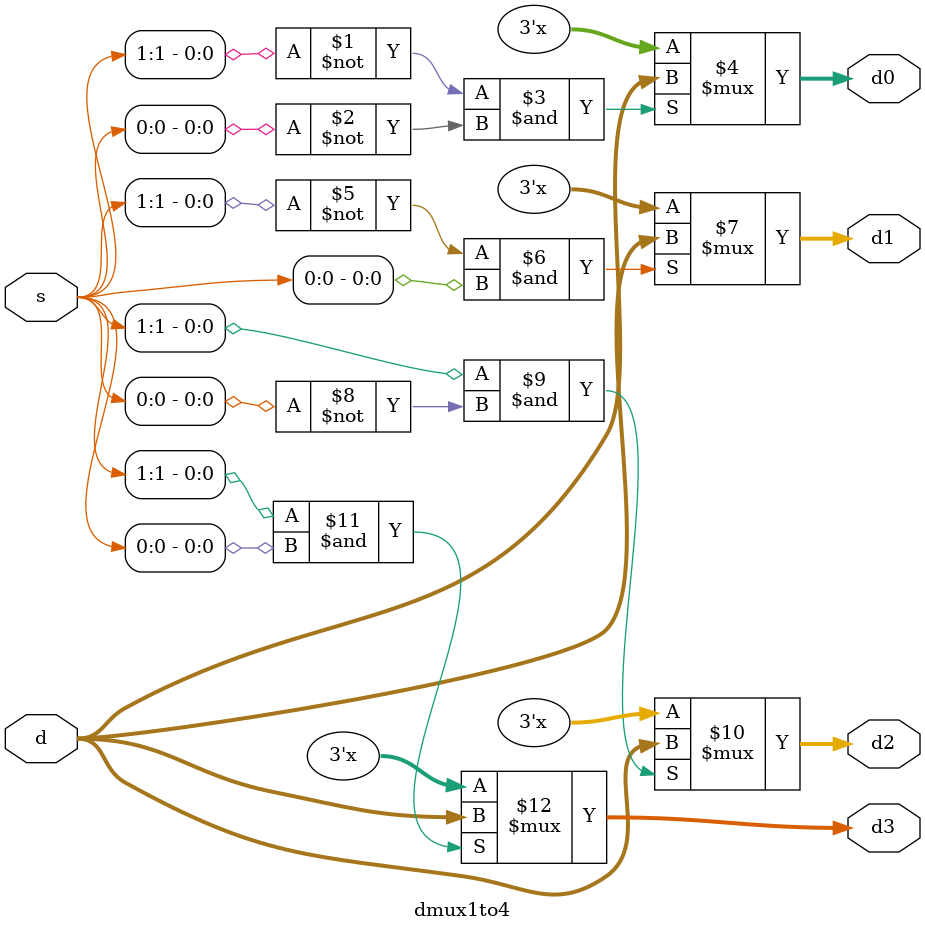
<source format=v>
`timescale 1ns / 1ps


module dmux1to4(
    output [2:0] d0,d1,d2,d3, //4 Â· 3 Î»µÄÊä³öÐÅºÅ d0~d3¡£
    input [2:0] d, // 3 Î»ÊäÈëÐÅºÅ d¡£
    input [1:0] s // 2 Î»Ñ¡Ôñ¿ØÖÆÐÅºÅ s¡£
    );
    assign d0 = ( ~s[1] & ~s[0] ) ? d : 3'bz;
    assign d1 = ( ~s[1] & s[0] ) ? d : 3'bz;
    assign d2 = ( s[1] & ~s[0] ) ? d : 3'bz;
    assign d3 = ( s[1] & s[0] ) ? d : 3'bz;
endmodule

</source>
